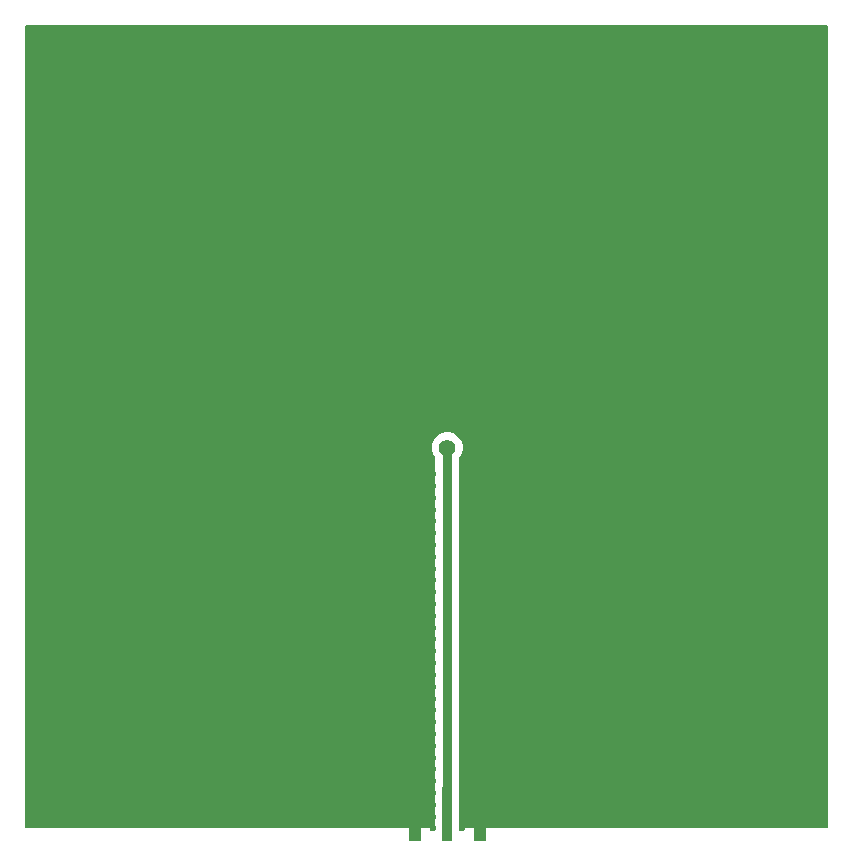
<source format=gbl>
G04 #@! TF.GenerationSoftware,KiCad,Pcbnew,8.0.2*
G04 #@! TF.CreationDate,2024-05-17T12:17:17-06:00*
G04 #@! TF.ProjectId,Patch_Antenna,50617463-685f-4416-9e74-656e6e612e6b,rev?*
G04 #@! TF.SameCoordinates,Original*
G04 #@! TF.FileFunction,Copper,L2,Bot*
G04 #@! TF.FilePolarity,Positive*
%FSLAX46Y46*%
G04 Gerber Fmt 4.6, Leading zero omitted, Abs format (unit mm)*
G04 Created by KiCad (PCBNEW 8.0.2) date 2024-05-17 12:17:17*
%MOMM*%
%LPD*%
G01*
G04 APERTURE LIST*
G04 #@! TA.AperFunction,ComponentPad*
%ADD10C,1.422400*%
G04 #@! TD*
G04 #@! TA.AperFunction,SMDPad,CuDef*
%ADD11R,0.850000X4.560000*%
G04 #@! TD*
G04 #@! TA.AperFunction,SMDPad,CuDef*
%ADD12R,1.000000X4.560000*%
G04 #@! TD*
G04 #@! TA.AperFunction,ViaPad*
%ADD13C,0.600000*%
G04 #@! TD*
G04 #@! TA.AperFunction,Conductor*
%ADD14C,0.800000*%
G04 #@! TD*
G04 APERTURE END LIST*
D10*
X136750000Y-96750000D03*
D11*
X136749250Y-127741500D03*
D12*
X133979250Y-127741500D03*
X139519250Y-127741500D03*
D13*
X109000000Y-62000000D03*
X116000000Y-126500000D03*
X109000000Y-126500000D03*
X123000000Y-126500000D03*
X147000000Y-126500000D03*
X168000000Y-126500000D03*
X154000000Y-126500000D03*
X161000000Y-126500000D03*
X102000000Y-126500000D03*
X116000000Y-121500000D03*
X168000000Y-121500000D03*
X102000000Y-121500000D03*
X109000000Y-116500000D03*
X123000000Y-116500000D03*
X168000000Y-116500000D03*
X102000000Y-116500000D03*
X116000000Y-111500000D03*
X168000000Y-111500000D03*
X102000000Y-111500000D03*
X109000000Y-106500000D03*
X168000000Y-106500000D03*
X102000000Y-106500000D03*
X116000000Y-101500000D03*
X168000000Y-101500000D03*
X154000000Y-101500000D03*
X102000000Y-101500000D03*
X109000000Y-96500000D03*
X168000000Y-96500000D03*
X102000000Y-96500000D03*
X116000000Y-91500000D03*
X168000000Y-91500000D03*
X154000000Y-91500000D03*
X102000000Y-91500000D03*
X109000000Y-86500000D03*
X168000000Y-86500000D03*
X161000000Y-86500000D03*
X102000000Y-86500000D03*
X116000000Y-81500000D03*
X168000000Y-81500000D03*
X154000000Y-81500000D03*
X102000000Y-81500000D03*
X135000000Y-76500000D03*
X109000000Y-76500000D03*
X123000000Y-76500000D03*
X147000000Y-76500000D03*
X168000000Y-76500000D03*
X161000000Y-76500000D03*
X102000000Y-76500000D03*
X116000000Y-71500000D03*
X140000000Y-71500000D03*
X168000000Y-71500000D03*
X130000000Y-71500000D03*
X154000000Y-71500000D03*
X102000000Y-71500000D03*
X135000000Y-66500000D03*
X109000000Y-66500000D03*
X123000000Y-66500000D03*
X147000000Y-66500000D03*
X168000000Y-66500000D03*
X161000000Y-66500000D03*
X102000000Y-66500000D03*
X140000000Y-62000000D03*
X168000000Y-62000000D03*
X161000000Y-62000000D03*
X154000000Y-62000000D03*
X147000000Y-62000000D03*
X130000000Y-62000000D03*
X123000000Y-62000000D03*
X116000000Y-62000000D03*
X102000000Y-62000000D03*
X137300000Y-94800000D03*
X135300000Y-98000000D03*
X135500000Y-99000000D03*
X135500000Y-102000000D03*
X135500000Y-104000000D03*
X135500000Y-100000000D03*
X135500000Y-103000000D03*
X135500000Y-101000000D03*
X135500000Y-105000000D03*
X135500000Y-108000000D03*
X135500000Y-110000000D03*
X135500000Y-106000000D03*
X135500000Y-109000000D03*
X135500000Y-107000000D03*
X135500000Y-111000000D03*
X135500000Y-114000000D03*
X135500000Y-116000000D03*
X135500000Y-112000000D03*
X135500000Y-115000000D03*
X135500000Y-113000000D03*
X135500000Y-117000000D03*
X135500000Y-120000000D03*
X135500000Y-122000000D03*
X135500000Y-118000000D03*
X135500000Y-121000000D03*
X135500000Y-119000000D03*
X135500000Y-123000000D03*
X135500000Y-126000000D03*
X135500000Y-128000000D03*
X135500000Y-124000000D03*
X135500000Y-127000000D03*
X135500000Y-125000000D03*
X135500000Y-129000000D03*
X138000000Y-129000000D03*
X138000000Y-125000000D03*
X138000000Y-127000000D03*
X138000000Y-123000000D03*
X138000000Y-126000000D03*
X138000000Y-124000000D03*
X138000000Y-128000000D03*
X138000000Y-119000000D03*
X138000000Y-121000000D03*
X138000000Y-117000000D03*
X138000000Y-120000000D03*
X138000000Y-118000000D03*
X138000000Y-122000000D03*
X138000000Y-113000000D03*
X138000000Y-115000000D03*
X138000000Y-111000000D03*
X138000000Y-114000000D03*
X138000000Y-112000000D03*
X138000000Y-116000000D03*
X138000000Y-107000000D03*
X138000000Y-109000000D03*
X138000000Y-105000000D03*
X138000000Y-108000000D03*
X138000000Y-106000000D03*
X138000000Y-110000000D03*
X138000000Y-104000000D03*
X138000000Y-103000000D03*
X138000000Y-102000000D03*
X138000000Y-101000000D03*
X138000000Y-100000000D03*
X138000000Y-99000000D03*
X138600000Y-97100000D03*
X138200000Y-98000000D03*
X135300000Y-95300000D03*
X138100000Y-95300000D03*
X134900000Y-97100000D03*
X134900000Y-96200000D03*
X136200000Y-94800000D03*
X138600000Y-96200000D03*
X161000000Y-96500000D03*
X161000000Y-106500000D03*
X161000000Y-116500000D03*
X154000000Y-111500000D03*
X154000000Y-121500000D03*
X147000000Y-116500000D03*
X135000000Y-62000000D03*
D14*
X136750000Y-96750000D02*
X136750000Y-127700750D01*
G04 #@! TA.AperFunction,Conductor*
G36*
X168943039Y-61019685D02*
G01*
X168988794Y-61072489D01*
X169000000Y-61124000D01*
X169000000Y-128876000D01*
X168980315Y-128943039D01*
X168927511Y-128988794D01*
X168876000Y-129000000D01*
X137898750Y-129000000D01*
X137831711Y-128980315D01*
X137785956Y-128927511D01*
X137774750Y-128876000D01*
X137774749Y-125422136D01*
X137759295Y-125304741D01*
X137757191Y-125296888D01*
X137758022Y-125296665D01*
X137750500Y-125258841D01*
X137750500Y-97647113D01*
X137770185Y-97580074D01*
X137772925Y-97575990D01*
X137890303Y-97408356D01*
X137890304Y-97408355D01*
X137987303Y-97200341D01*
X138046706Y-96978644D01*
X138066710Y-96750000D01*
X138046706Y-96521356D01*
X137987303Y-96299659D01*
X137890304Y-96091645D01*
X137758658Y-95903635D01*
X137596365Y-95741342D01*
X137596363Y-95741341D01*
X137596360Y-95741338D01*
X137408356Y-95609696D01*
X137408354Y-95609695D01*
X137304348Y-95561196D01*
X137200341Y-95512697D01*
X137200337Y-95512696D01*
X137200333Y-95512694D01*
X136978649Y-95453295D01*
X136978639Y-95453293D01*
X136750001Y-95433290D01*
X136749999Y-95433290D01*
X136521360Y-95453293D01*
X136521350Y-95453295D01*
X136299666Y-95512694D01*
X136299657Y-95512698D01*
X136091645Y-95609695D01*
X136091643Y-95609696D01*
X135903639Y-95741338D01*
X135903633Y-95741343D01*
X135741343Y-95903633D01*
X135741338Y-95903639D01*
X135609696Y-96091643D01*
X135609695Y-96091645D01*
X135512698Y-96299657D01*
X135512694Y-96299666D01*
X135453295Y-96521350D01*
X135453293Y-96521360D01*
X135433290Y-96749999D01*
X135433290Y-96750000D01*
X135453293Y-96978639D01*
X135453295Y-96978649D01*
X135512694Y-97200333D01*
X135512696Y-97200337D01*
X135512697Y-97200341D01*
X135561196Y-97304348D01*
X135609695Y-97408354D01*
X135609696Y-97408356D01*
X135727075Y-97575990D01*
X135749402Y-97642196D01*
X135749500Y-97647113D01*
X135749500Y-125255221D01*
X135741217Y-125296862D01*
X135741310Y-125296887D01*
X135740931Y-125298299D01*
X135740062Y-125302671D01*
X135739207Y-125304734D01*
X135739205Y-125304739D01*
X135723751Y-125422129D01*
X135723751Y-125422136D01*
X135723750Y-125422145D01*
X135723751Y-128876000D01*
X135704066Y-128943039D01*
X135651262Y-128988794D01*
X135599751Y-129000000D01*
X101124000Y-129000000D01*
X101056961Y-128980315D01*
X101011206Y-128927511D01*
X101000000Y-128876000D01*
X101000000Y-61124000D01*
X101019685Y-61056961D01*
X101072489Y-61011206D01*
X101124000Y-61000000D01*
X168876000Y-61000000D01*
X168943039Y-61019685D01*
G37*
G04 #@! TD.AperFunction*
M02*

</source>
